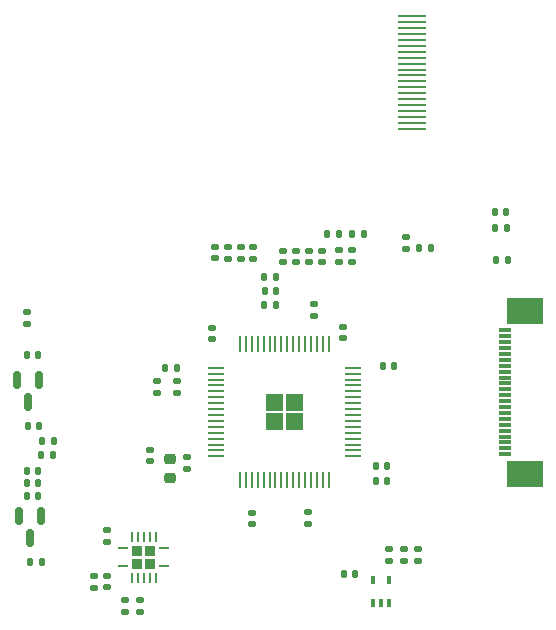
<source format=gtp>
G04 #@! TF.GenerationSoftware,KiCad,Pcbnew,8.0.2*
G04 #@! TF.CreationDate,2024-05-18T01:19:45+05:00*
G04 #@! TF.ProjectId,EDP Converter,45445020-436f-46e7-9665-727465722e6b,rev?*
G04 #@! TF.SameCoordinates,Original*
G04 #@! TF.FileFunction,Paste,Top*
G04 #@! TF.FilePolarity,Positive*
%FSLAX46Y46*%
G04 Gerber Fmt 4.6, Leading zero omitted, Abs format (unit mm)*
G04 Created by KiCad (PCBNEW 8.0.2) date 2024-05-18 01:19:45*
%MOMM*%
%LPD*%
G01*
G04 APERTURE LIST*
G04 Aperture macros list*
%AMRoundRect*
0 Rectangle with rounded corners*
0 $1 Rounding radius*
0 $2 $3 $4 $5 $6 $7 $8 $9 X,Y pos of 4 corners*
0 Add a 4 corners polygon primitive as box body*
4,1,4,$2,$3,$4,$5,$6,$7,$8,$9,$2,$3,0*
0 Add four circle primitives for the rounded corners*
1,1,$1+$1,$2,$3*
1,1,$1+$1,$4,$5*
1,1,$1+$1,$6,$7*
1,1,$1+$1,$8,$9*
0 Add four rect primitives between the rounded corners*
20,1,$1+$1,$2,$3,$4,$5,0*
20,1,$1+$1,$4,$5,$6,$7,0*
20,1,$1+$1,$6,$7,$8,$9,0*
20,1,$1+$1,$8,$9,$2,$3,0*%
G04 Aperture macros list end*
%ADD10C,0.000000*%
%ADD11RoundRect,0.140000X0.140000X0.170000X-0.140000X0.170000X-0.140000X-0.170000X0.140000X-0.170000X0*%
%ADD12RoundRect,0.140000X-0.170000X0.140000X-0.170000X-0.140000X0.170000X-0.140000X0.170000X0.140000X0*%
%ADD13RoundRect,0.140000X-0.140000X-0.170000X0.140000X-0.170000X0.140000X0.170000X-0.140000X0.170000X0*%
%ADD14RoundRect,0.135000X-0.135000X-0.185000X0.135000X-0.185000X0.135000X0.185000X-0.135000X0.185000X0*%
%ADD15RoundRect,0.135000X0.185000X-0.135000X0.185000X0.135000X-0.185000X0.135000X-0.185000X-0.135000X0*%
%ADD16RoundRect,0.135000X-0.185000X0.135000X-0.185000X-0.135000X0.185000X-0.135000X0.185000X0.135000X0*%
%ADD17RoundRect,0.140000X0.170000X-0.140000X0.170000X0.140000X-0.170000X0.140000X-0.170000X-0.140000X0*%
%ADD18RoundRect,0.150000X-0.150000X0.587500X-0.150000X-0.587500X0.150000X-0.587500X0.150000X0.587500X0*%
%ADD19RoundRect,0.135000X0.135000X0.185000X-0.135000X0.185000X-0.135000X-0.185000X0.135000X-0.185000X0*%
%ADD20R,2.400000X0.280000*%
%ADD21R,0.279400X1.346200*%
%ADD22R,1.346200X0.279400*%
%ADD23RoundRect,0.147500X0.172500X-0.147500X0.172500X0.147500X-0.172500X0.147500X-0.172500X-0.147500X0*%
%ADD24R,0.820000X0.820000*%
%ADD25R,0.850000X0.280000*%
%ADD26R,0.280000X0.850000*%
%ADD27RoundRect,0.100000X0.100000X-0.225000X0.100000X0.225000X-0.100000X0.225000X-0.100000X-0.225000X0*%
%ADD28R,1.100000X0.300000*%
%ADD29R,3.100000X2.300000*%
%ADD30RoundRect,0.225000X-0.250000X0.225000X-0.250000X-0.225000X0.250000X-0.225000X0.250000X0.225000X0*%
G04 APERTURE END LIST*
D10*
G36*
X126100000Y-114200000D02*
G01*
X124649000Y-114200000D01*
X124649000Y-112749000D01*
X126100000Y-112749000D01*
X126100000Y-114200000D01*
G37*
G36*
X126100000Y-115851000D02*
G01*
X124649000Y-115851000D01*
X124649000Y-114400000D01*
X126100000Y-114400000D01*
X126100000Y-115851000D01*
G37*
G36*
X127751000Y-114200000D02*
G01*
X126300000Y-114200000D01*
X126300000Y-112749000D01*
X127751000Y-112749000D01*
X127751000Y-114200000D01*
G37*
G36*
X127751000Y-115851000D02*
G01*
X126300000Y-115851000D01*
X126300000Y-114400000D01*
X127751000Y-114400000D01*
X127751000Y-115851000D01*
G37*
D11*
X132205000Y-127975000D03*
X131245000Y-127975000D03*
D12*
X117950000Y-118120000D03*
X117950000Y-119080000D03*
D13*
X124540000Y-104050000D03*
X125500000Y-104050000D03*
D14*
X105642500Y-116750000D03*
X106662500Y-116750000D03*
D13*
X134520000Y-110400000D03*
X135480000Y-110400000D03*
D15*
X104387500Y-106885000D03*
X104387500Y-105865000D03*
D16*
X115400000Y-111640000D03*
X115400000Y-112660000D03*
D13*
X133920000Y-118900000D03*
X134880000Y-118900000D03*
D17*
X128250000Y-101615000D03*
X128250000Y-100655000D03*
D12*
X123425000Y-122845000D03*
X123425000Y-123805000D03*
D13*
X124520000Y-105200000D03*
X125480000Y-105200000D03*
X133920000Y-120100000D03*
X134880000Y-120100000D03*
D17*
X117150000Y-112655000D03*
X117150000Y-111695000D03*
D18*
X105450000Y-111587500D03*
X103550000Y-111587500D03*
X104500000Y-113462500D03*
D19*
X132910000Y-99200000D03*
X131890000Y-99200000D03*
D12*
X114800000Y-117520000D03*
X114800000Y-118480000D03*
D13*
X124495000Y-102900000D03*
X125455000Y-102900000D03*
X104407500Y-109500000D03*
X105367500Y-109500000D03*
D12*
X128200000Y-122800000D03*
X128200000Y-123760000D03*
D20*
X137020000Y-80800000D03*
X137020000Y-81300000D03*
X137020000Y-81800000D03*
X137020000Y-82300000D03*
X137020000Y-82800000D03*
X137020000Y-83300000D03*
X137020000Y-83800000D03*
X137020000Y-84300000D03*
X137020000Y-84800000D03*
X137020000Y-85300000D03*
X137020000Y-85800000D03*
X137020000Y-86300000D03*
X137020000Y-86800000D03*
X137020000Y-87300000D03*
X137020000Y-87800000D03*
X137020000Y-88300000D03*
X137020000Y-88800000D03*
X137020000Y-89300000D03*
X137020000Y-89800000D03*
X137020000Y-90300000D03*
D17*
X123525000Y-101300000D03*
X123525000Y-100340000D03*
D21*
X122450000Y-120078500D03*
X122949999Y-120078500D03*
X123450000Y-120078500D03*
X123949999Y-120078500D03*
X124450001Y-120078500D03*
X124950000Y-120078500D03*
X125449999Y-120078500D03*
X125950000Y-120078500D03*
X126450000Y-120078500D03*
X126950001Y-120078500D03*
X127450000Y-120078500D03*
X127949999Y-120078500D03*
X128450001Y-120078500D03*
X128950000Y-120078500D03*
X129450001Y-120078500D03*
X129950000Y-120078500D03*
D22*
X131978500Y-118050000D03*
X131978500Y-117550001D03*
X131978500Y-117050000D03*
X131978500Y-116550001D03*
X131978500Y-116049999D03*
X131978500Y-115550000D03*
X131978500Y-115050001D03*
X131978500Y-114550000D03*
X131978500Y-114050000D03*
X131978500Y-113549999D03*
X131978500Y-113050000D03*
X131978500Y-112550001D03*
X131978500Y-112049999D03*
X131978500Y-111550000D03*
X131978500Y-111049999D03*
X131978500Y-110550000D03*
D21*
X129950000Y-108521500D03*
X129450001Y-108521500D03*
X128950000Y-108521500D03*
X128450001Y-108521500D03*
X127949999Y-108521500D03*
X127450000Y-108521500D03*
X126950001Y-108521500D03*
X126450000Y-108521500D03*
X125950000Y-108521500D03*
X125449999Y-108521500D03*
X124950000Y-108521500D03*
X124450001Y-108521500D03*
X123949999Y-108521500D03*
X123450000Y-108521500D03*
X122949999Y-108521500D03*
X122450000Y-108521500D03*
D22*
X120421500Y-110550000D03*
X120421500Y-111049999D03*
X120421500Y-111550000D03*
X120421500Y-112049999D03*
X120421500Y-112550001D03*
X120421500Y-113050000D03*
X120421500Y-113549999D03*
X120421500Y-114050000D03*
X120421500Y-114550000D03*
X120421500Y-115050001D03*
X120421500Y-115550000D03*
X120421500Y-116049999D03*
X120421500Y-116550001D03*
X120421500Y-117050000D03*
X120421500Y-117550001D03*
X120421500Y-118050000D03*
D23*
X137500000Y-126885000D03*
X137500000Y-125915000D03*
D17*
X127150000Y-101630000D03*
X127150000Y-100670000D03*
X128700000Y-106130000D03*
X128700000Y-105170000D03*
D12*
X110050000Y-128195000D03*
X110050000Y-129155000D03*
D17*
X120300000Y-101295000D03*
X120300000Y-100335000D03*
D13*
X104507500Y-115500000D03*
X105467500Y-115500000D03*
D19*
X130860000Y-99200000D03*
X129840000Y-99200000D03*
D12*
X111175000Y-128170000D03*
X111175000Y-129130000D03*
D17*
X131900000Y-101555000D03*
X131900000Y-100595000D03*
X130850000Y-101580000D03*
X130850000Y-100620000D03*
D16*
X135100000Y-125890000D03*
X135100000Y-126910000D03*
D15*
X114000000Y-131210000D03*
X114000000Y-130190000D03*
D13*
X144020000Y-97400000D03*
X144980000Y-97400000D03*
D24*
X113740000Y-127160000D03*
X114860000Y-127160000D03*
X113740000Y-126040000D03*
X114860000Y-126040000D03*
D25*
X112575000Y-127350000D03*
D26*
X113300000Y-128325000D03*
X113800000Y-128325000D03*
X114300000Y-128325000D03*
X114800000Y-128325000D03*
X115300000Y-128325000D03*
D25*
X116025000Y-127350000D03*
X116025000Y-125850000D03*
D26*
X115300000Y-124875000D03*
X114800000Y-124875000D03*
X114300000Y-124875000D03*
X113800000Y-124875000D03*
X113300000Y-124875000D03*
D25*
X112575000Y-125850000D03*
D13*
X104682500Y-126962500D03*
X105642500Y-126962500D03*
D15*
X136470000Y-100510000D03*
X136470000Y-99490000D03*
D17*
X129400000Y-101590000D03*
X129400000Y-100630000D03*
D27*
X133750000Y-130450000D03*
X134400000Y-130450000D03*
X135050000Y-130450000D03*
X135050000Y-128550000D03*
X133750000Y-128550000D03*
D28*
X144875000Y-117875000D03*
X144875000Y-117375000D03*
X144875000Y-116875000D03*
X144875000Y-116375000D03*
X144875000Y-115875000D03*
X144875000Y-115375000D03*
X144875000Y-114875000D03*
X144875000Y-114375000D03*
X144875000Y-113875000D03*
X144875000Y-113375000D03*
X144875000Y-112875000D03*
X144875000Y-112375000D03*
X144875000Y-111875000D03*
X144875000Y-111375000D03*
X144875000Y-110875000D03*
X144875000Y-110375000D03*
X144875000Y-109875000D03*
X144875000Y-109375000D03*
X144875000Y-108875000D03*
X144875000Y-108375000D03*
X144875000Y-107875000D03*
X144875000Y-107375000D03*
D29*
X146575000Y-119545000D03*
X146575000Y-105705000D03*
D17*
X120100000Y-108130000D03*
X120100000Y-107170000D03*
D18*
X105625000Y-123075000D03*
X103725000Y-123075000D03*
X104675000Y-124950000D03*
D11*
X138600000Y-100400000D03*
X137640000Y-100400000D03*
D17*
X121420000Y-101300000D03*
X121420000Y-100340000D03*
D15*
X136300000Y-126910000D03*
X136300000Y-125890000D03*
D19*
X145110000Y-101400000D03*
X144090000Y-101400000D03*
D17*
X131200000Y-108030000D03*
X131200000Y-107070000D03*
X122500000Y-101300000D03*
X122500000Y-100340000D03*
D13*
X104407500Y-120325000D03*
X105367500Y-120325000D03*
D14*
X116090000Y-110600000D03*
X117110000Y-110600000D03*
D17*
X111225000Y-125280000D03*
X111225000Y-124320000D03*
D14*
X105617500Y-117925000D03*
X106637500Y-117925000D03*
D17*
X126100000Y-101630000D03*
X126100000Y-100670000D03*
D13*
X104382500Y-119300000D03*
X105342500Y-119300000D03*
D19*
X145080000Y-98675000D03*
X144060000Y-98675000D03*
D30*
X116500000Y-118300000D03*
X116500000Y-119850000D03*
D15*
X112675000Y-131210000D03*
X112675000Y-130190000D03*
D13*
X104407500Y-121375000D03*
X105367500Y-121375000D03*
M02*

</source>
